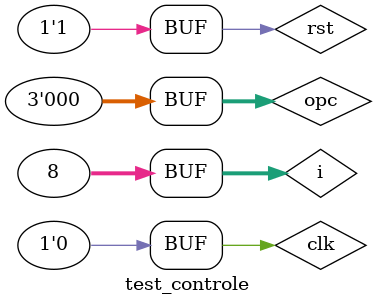
<source format=v>
/*
	CEFET-MG
	Disciplina de Laboratório de Arquitetura e Organização de Computadores I
	Data: 10/08/2021
	Aluno: Fernando Veizaga
	Matricula: 20203001902
*/
	
module controle (opcode, reset, clock, PCEsc, RegDst, RegLido1, RegLido2, EscReg, ULAFonte1, ULAFonte2, ULAOp, EscMem, LerMem, RegFonte, BranchNE, Jump);
	input [2:0] opcode;
	input reset, clock;
	
	output reg PCEsc, EscReg, ULAFonte1, ULAFonte2, EscMem, LerMem, RegFonte, BranchNE, Jump;
	output reg [1:0] RegDst, RegLido1, RegLido2, ULAOp;
	
	always @(posedge clock) 
	begin
		if(reset==1'b1)
		begin
			PCEsc = 1'b1;
			RegDst = 2'b00;
			RegLido1 = 2'b00;
			RegLido2 = 2'b00;
			EscReg = 1'b0;
			ULAFonte1 = 1'b0;
			ULAFonte2 = 1'b0;
			ULAOp = 2'b00;
			EscMem = 1'b0;
			LerMem = 1'b0;
			RegFonte = 1'b0;
			BranchNE = 1'b0;
			Jump = 1'b0;
		end
		
		else begin
			case (opcode)
				3'b000: begin	//bne
					PCEsc = 1'b1;
					RegDst = 2'b00;
					RegLido1 = 2'b01;
					RegLido2 = 2'b10;
					EscReg = 1'b0;
					ULAFonte1 = 1'b0;
					ULAFonte2 = 1'b0;
					ULAOp = 2'b01;
					EscMem = 1'b0;
					LerMem = 1'b0;
					RegFonte = 1'b0;
					BranchNE = 1'b1;
					Jump = 1'b0;
					end
					
				3'b001: begin	//slt
					PCEsc = 1'b1;
					RegDst = 2'b01;
					RegLido1 = 2'b00;
					RegLido2 = 2'b00;
					EscReg = 1'b1;
					ULAFonte1 = 1'b0;
					ULAFonte2 = 1'b0;
					ULAOp = 2'b10;
					EscMem = 1'b0;
					LerMem = 1'b0;
					RegFonte = 1'b0;
					BranchNE = 1'b0;
					Jump = 1'b0;
					end
					
				3'b010: begin	//lw
					PCEsc = 1'b1;
					RegDst = 2'b10;
					RegLido1 = 2'b00;
					RegLido2 = 2'b00;
					EscReg = 1'b1;
					ULAFonte1 = 1'b0;
					ULAFonte2 = 1'b1;
					ULAOp = 2'b00;
					EscMem = 1'b0;
					LerMem = 1'b1;
					RegFonte = 1'b1;
					BranchNE = 1'b0;
					Jump = 1'b0;
					end
				
				3'b011: begin	//sw
					PCEsc = 1'b1;
					RegDst = 2'b00;
					RegLido1 = 2'b10;
					RegLido2 = 2'b01;
					EscReg = 1'b0;
					ULAFonte1 = 1'b1;
					ULAFonte2 = 1'b1;
					ULAOp = 2'b00;
					EscMem = 1'b1;
					LerMem = 1'b0;
					RegFonte = 1'b0;
					BranchNE = 1'b0;
					Jump = 1'b0;
					end
				
				3'b100: begin	//add
					PCEsc = 1'b1;
					RegDst = 2'b00;
					RegLido1 = 2'b00;
					RegLido2 = 2'b00;
					EscReg = 1'b1;
					ULAFonte1 = 1'b0;
					ULAFonte2 = 1'b0;
					ULAOp = 2'b00;
					EscMem = 1'b0;
					LerMem = 1'b0;
					RegFonte = 1'b0;
					BranchNE = 1'b0;
					Jump = 1'b0;
					end
				
				3'b101: begin	//addi
					PCEsc = 1'b1;
					RegDst = 2'b00;
					RegLido1 = 2'b00;
					RegLido2 = 2'b00;
					EscReg = 1'b1;
					ULAFonte1 = 1'b0;
					ULAFonte2 = 1'b1;
					ULAOp = 2'b00;
					EscMem = 1'b0;
					LerMem = 1'b0;
					RegFonte = 1'b0;
					BranchNE = 1'b0;
					Jump = 1'b0;
					end
				
				3'b110: begin	//jump
					PCEsc = 1'b1;
					RegDst = 2'b00;
					RegLido1 = 2'b00;
					RegLido2 = 2'b00;
					EscReg = 1'b0;
					ULAFonte1 = 1'b0;
					ULAFonte2 = 1'b0;
					ULAOp = 2'b00;
					EscMem = 1'b0;
					LerMem = 1'b0;
					RegFonte = 1'b0;
					BranchNE = 1'b0;
					Jump = 1'b1;
					end
				
				3'b111: begin	//halt
					PCEsc = 1'b0;
					RegDst = 2'b00;
					RegLido1 = 2'b00;
					RegLido2 = 2'b00;
					EscReg = 1'b0;
					ULAFonte1 = 1'b0;
					ULAFonte2 = 1'b0;
					ULAOp = 2'b00;
					EscMem = 1'b0;
					LerMem = 1'b0;
					RegFonte = 1'b0;
					BranchNE = 1'b0;
					Jump = 1'b0;
					end
					
				default: begin
					PCEsc = 1'b1;
					RegDst = 2'b00;
					RegLido1 = 2'b00;
					RegLido2 = 2'b00;
					EscReg = 1'b1;
					ULAFonte1 = 1'b0;
					ULAFonte2 = 1'b1;
					ULAOp = 2'b00;
					EscMem = 1'b0;
					LerMem = 1'b0;
					RegFonte = 1'b0;
					BranchNE = 1'b0;
					Jump = 1'b0;
				end
			endcase
		end
	end
	
endmodule

module test_controle;
	reg [2:0] opc;
	reg clk, rst;
	
	wire pcesc, escreg, ulafonte1, ulafonte2, escmem, lermem, regfonte, branchne, jump;
	wire [1:0] regdst, reglido1, reglido2, ulaop;
	
	always begin
		clk = 0;
		#1 clk = 1;
		#1 clk = 0;
	end
	integer i;
	initial begin
		rst = 0;
		opc = 0;
		for(i=0; i<8; i=i+1)
		begin
			#2 opc = opc + 1;
		end
		#2 rst = 1;
	end
	
	initial begin
 		$monitor("Time=%0d opcode=%b reset=%b clock=%b pcesc=%b escreg=%b ulafonte1=%b ulafonte2=%b escmem=%b lermem=%b regfonte=%b branchne=%b jump=%b regdst=%b reglido1=%b reglido2=%b ulaop=%b",$time, opc, rst, clk, pcesc, escreg, ulafonte1, ulafonte2, escmem, lermem, regfonte, branchne, jump, regdst, reglido1, reglido2, ulaop);
 	end
	
	controle mod1(opc, rst, clk, pcesc, regdst, reglido1, reglido2, escreg, ulafonte1, ulafonte2, ulaop, escmem, lermem, regfonte, branchne, jump);
	
endmodule

</source>
